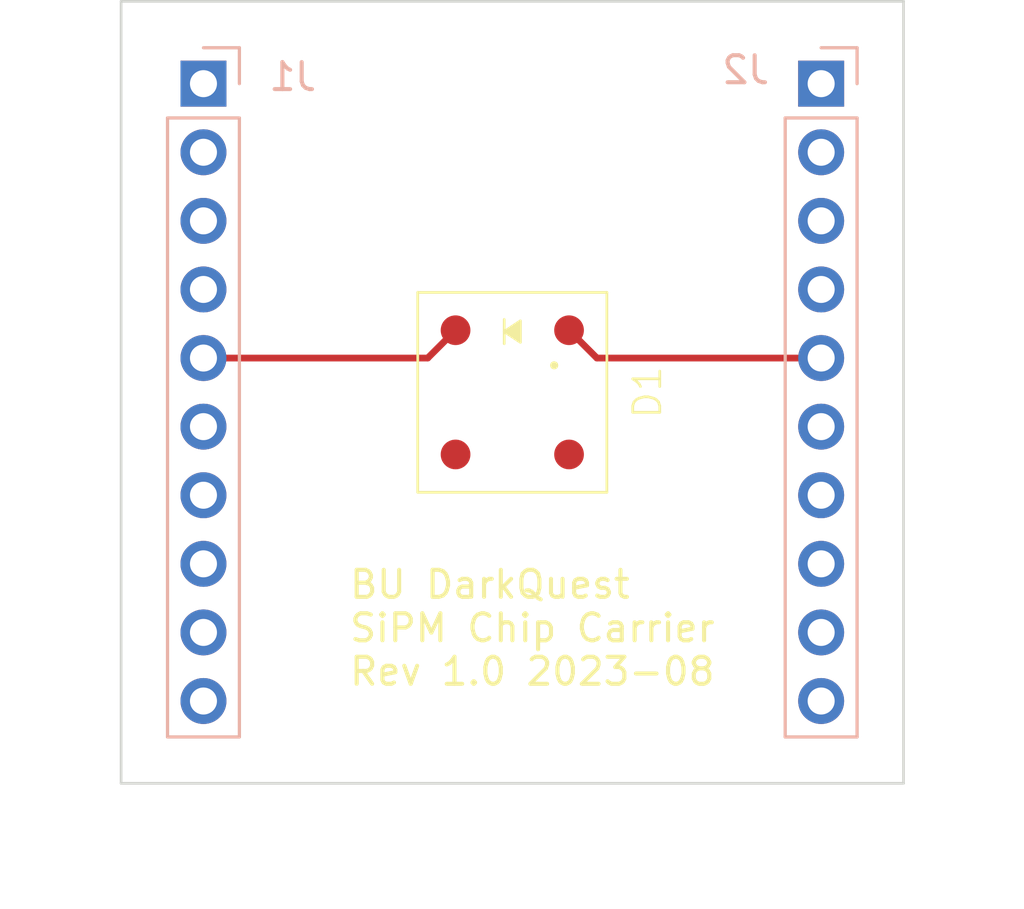
<source format=kicad_pcb>
(kicad_pcb (version 20221018) (generator pcbnew)
  (layers (0 "F.Cu" signal) (31 "B.Cu" signal) (34 "B.Paste" user) (35 "F.Paste" user) (36 "B.SilkS" user "B.Silkscreen") (37 "F.SilkS" user "F.Silkscreen") (38 "B.Mask" user) (39 "F.Mask" user) (44 "Edge.Cuts" user))
  (net 0 "")
  (net 1 "Net-(D1-K)")
  (net 2 "Net-(D1-A)")
  (footprint "Diode_SMD:S13360-6025PE_surfacemount" (layer "F.Cu") (at 50.038 50.038 90)
    (fp_text reference "D1" (at 0 5 90 unlocked) (layer "F.SilkS") (effects (font (thickness 0.1))))
    (fp_text value "S13360-6025PE" hide)
    (fp_line (start -3.7 -3.5) (end -3.7 3.5) (stroke (width 0.1)) (layer "F.SilkS"))
    (fp_line (start -3.7 3.5) (end 3.7 3.5) (stroke (width 0.1)) (layer "F.SilkS"))
    (fp_line (start 1.8 -0.3) (end 2.7 -0.3) (stroke (width 0.1)) (layer "F.SilkS"))
    (fp_line (start 3.7 -3.5) (end -3.7 -3.5) (stroke (width 0.1)) (layer "F.SilkS"))
    (fp_line (start 3.7 3.5) (end 3.7 -3.5) (stroke (width 0.1)) (layer "F.SilkS"))
    (fp_circle (center 1 1.55) (end 1 1.55) (stroke (width 0.1)) (fill none) (layer "F.SilkS"))
    (fp_poly (pts (xy 2.25 -0.3) (xy 1.85 0.3) (xy 2.65 0.3)) (stroke (width 0.1)) (fill solid) (layer "F.SilkS"))
    (pad "1" smd circle (at -2.3 2.1 90) (size 1.1 1.1) (layers "F.Cu" "F.Paste" "F.Mask"))
    (pad "2" smd circle (at 2.3 2.1 90) (size 1.1 1.1) (layers "F.Cu" "F.Paste" "F.Mask") (net 2 "Net-(D1-A)"))
    (pad "3" smd circle (at 2.3 -2.1 90) (size 1.1 1.1) (layers "F.Cu" "F.Paste" "F.Mask") (net 1 "Net-(D1-K)"))
    (pad "4" smd circle (at -2.3 -2.1 90) (size 1.1 1.1) (layers "F.Cu" "F.Paste" "F.Mask"))
  )
  (footprint "Connector_PinHeader_2.54mm:PinHeader_1x10_P2.54mm_Vertical" (layer "B.Cu") (at 61.468 38.608 180)
    (fp_text reference "J2" (at 2.794 0.508) (layer "B.SilkS") (effects (justify mirror)))
    (fp_text value "Conn_01x10_Socket")
    (fp_line (start -1.33 -24.19) (end 1.33 -24.19) (stroke (width 0.12)) (layer "B.SilkS"))
    (fp_line (start -1.33 -1.27) (end -1.33 -24.19) (stroke (width 0.12)) (layer "B.SilkS"))
    (fp_line (start -1.33 -1.27) (end 1.33 -1.27) (stroke (width 0.12)) (layer "B.SilkS"))
    (fp_line (start -1.33 0) (end -1.33 1.33) (stroke (width 0.12)) (layer "B.SilkS"))
    (fp_line (start -1.33 1.33) (end 0 1.33) (stroke (width 0.12)) (layer "B.SilkS"))
    (fp_line (start 1.33 -1.27) (end 1.33 -24.19) (stroke (width 0.12)) (layer "B.SilkS"))
    (pad "1" thru_hole rect (at 0 0 180) (size 1.7 1.7) (drill 1) (layers "*.Cu" "*.Mask"))
    (pad "2" thru_hole oval (at 0 -2.54 180) (size 1.7 1.7) (drill 1) (layers "*.Cu" "*.Mask"))
    (pad "3" thru_hole oval (at 0 -5.08 180) (size 1.7 1.7) (drill 1) (layers "*.Cu" "*.Mask"))
    (pad "4" thru_hole oval (at 0 -7.62 180) (size 1.7 1.7) (drill 1) (layers "*.Cu" "*.Mask"))
    (pad "5" thru_hole oval (at 0 -10.16 180) (size 1.7 1.7) (drill 1) (layers "*.Cu" "*.Mask") (net 2 "Net-(D1-A)"))
    (pad "6" thru_hole oval (at 0 -12.7 180) (size 1.7 1.7) (drill 1) (layers "*.Cu" "*.Mask"))
    (pad "7" thru_hole oval (at 0 -15.24 180) (size 1.7 1.7) (drill 1) (layers "*.Cu" "*.Mask"))
    (pad "8" thru_hole oval (at 0 -17.78 180) (size 1.7 1.7) (drill 1) (layers "*.Cu" "*.Mask"))
    (pad "9" thru_hole oval (at 0 -20.32 180) (size 1.7 1.7) (drill 1) (layers "*.Cu" "*.Mask"))
    (pad "10" thru_hole oval (at 0 -22.86 180) (size 1.7 1.7) (drill 1) (layers "*.Cu" "*.Mask"))
  )
  (footprint "Connector_PinHeader_2.54mm:PinHeader_1x10_P2.54mm_Vertical" (layer "B.Cu") (at 38.608 38.608 180)
    (fp_text reference "J1" (at -3.302 0.254) (layer "B.SilkS") (effects (justify mirror)))
    (fp_text value "Conn_01x10_Socket")
    (fp_line (start -1.33 -24.19) (end 1.33 -24.19) (stroke (width 0.12)) (layer "B.SilkS"))
    (fp_line (start -1.33 -1.27) (end -1.33 -24.19) (stroke (width 0.12)) (layer "B.SilkS"))
    (fp_line (start -1.33 -1.27) (end 1.33 -1.27) (stroke (width 0.12)) (layer "B.SilkS"))
    (fp_line (start -1.33 0) (end -1.33 1.33) (stroke (width 0.12)) (layer "B.SilkS"))
    (fp_line (start -1.33 1.33) (end 0 1.33) (stroke (width 0.12)) (layer "B.SilkS"))
    (fp_line (start 1.33 -1.27) (end 1.33 -24.19) (stroke (width 0.12)) (layer "B.SilkS"))
    (pad "1" thru_hole rect (at 0 0 180) (size 1.7 1.7) (drill 1) (layers "*.Cu" "*.Mask"))
    (pad "2" thru_hole oval (at 0 -2.54 180) (size 1.7 1.7) (drill 1) (layers "*.Cu" "*.Mask"))
    (pad "3" thru_hole oval (at 0 -5.08 180) (size 1.7 1.7) (drill 1) (layers "*.Cu" "*.Mask"))
    (pad "4" thru_hole oval (at 0 -7.62 180) (size 1.7 1.7) (drill 1) (layers "*.Cu" "*.Mask"))
    (pad "5" thru_hole oval (at 0 -10.16 180) (size 1.7 1.7) (drill 1) (layers "*.Cu" "*.Mask") (net 1 "Net-(D1-K)"))
    (pad "6" thru_hole oval (at 0 -12.7 180) (size 1.7 1.7) (drill 1) (layers "*.Cu" "*.Mask"))
    (pad "7" thru_hole oval (at 0 -15.24 180) (size 1.7 1.7) (drill 1) (layers "*.Cu" "*.Mask"))
    (pad "8" thru_hole oval (at 0 -17.78 180) (size 1.7 1.7) (drill 1) (layers "*.Cu" "*.Mask"))
    (pad "9" thru_hole oval (at 0 -20.32 180) (size 1.7 1.7) (drill 1) (layers "*.Cu" "*.Mask"))
    (pad "10" thru_hole oval (at 0 -22.86 180) (size 1.7 1.7) (drill 1) (layers "*.Cu" "*.Mask"))
  )
  (gr_circle (center 51.588 49.038) (end 51.588 49.038) (stroke (width 0.15)) (fill none) (layer "F.SilkS"))
  (gr_line (start 64.516 64.516) (end 35.56 64.516) (stroke (width 0.1)) (layer "Edge.Cuts"))
  (gr_line (start 35.56 64.516) (end 35.56 35.56) (stroke (width 0.1)) (layer "Edge.Cuts"))
  (gr_line (start 35.56 35.56) (end 64.516 35.56) (stroke (width 0.1)) (layer "Edge.Cuts"))
  (gr_line (start 64.516 35.56) (end 64.516 64.516) (stroke (width 0.1)) (layer "Edge.Cuts"))
  (gr_text "BU DarkQuest\nSiPM Chip Carrier\nRev 1.0 2023-08" (at 43.942 60.96) (layer "F.SilkS") (effects (font (size 1 1)) (justify left bottom)))
  (segment (start 46.908 48.768) (end 47.938 47.738) (width 0.25) (layer "F.Cu") (net 1))
  (segment (start 38.608 48.768) (end 46.908 48.768) (width 0.25) (layer "F.Cu") (net 1))
  (segment (start 53.168 48.768) (end 52.138 47.738) (width 0.25) (layer "F.Cu") (net 2))
  (segment (start 61.468 48.768) (end 53.168 48.768) (width 0.25) (layer "F.Cu") (net 2))
)
</source>
